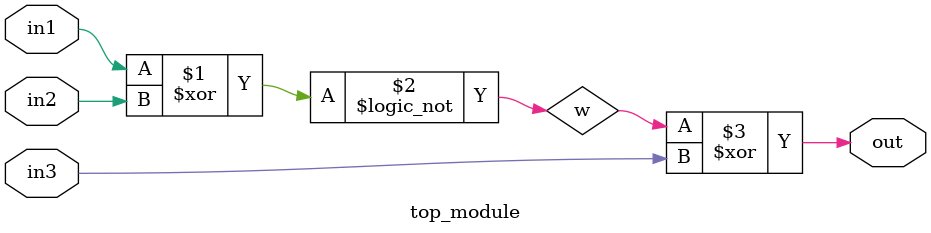
<source format=v>
module top_module (
    input in1,
    input in2,
    input in3,
    output out);
    
    wire w;
    
    assign w = !(in1 ^ in2);
    assign out = w ^ in3;

endmodule
</source>
